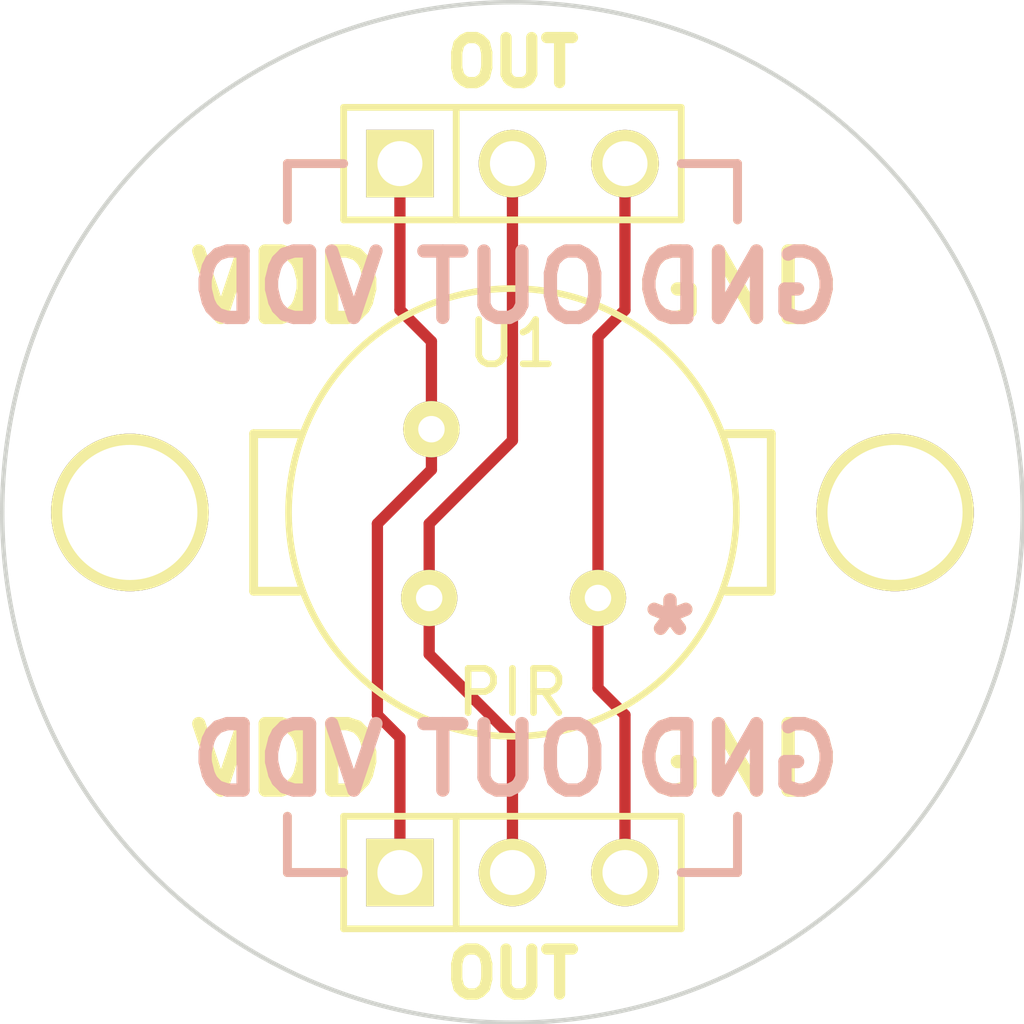
<source format=kicad_pcb>
(kicad_pcb (version 3) (host pcbnew "(2013-june-11)-stable")

  (general
    (links 6)
    (no_connects 0)
    (area 197.474842 136.514842 220.609158 159.649158)
    (thickness 1.6)
    (drawings 39)
    (tracks 20)
    (zones 0)
    (modules 5)
    (nets 4)
  )

  (page A3)
  (layers
    (15 F.Cu signal)
    (0 B.Cu signal)
    (16 B.Adhes user)
    (17 F.Adhes user)
    (18 B.Paste user)
    (19 F.Paste user)
    (20 B.SilkS user)
    (21 F.SilkS user)
    (22 B.Mask user)
    (23 F.Mask user)
    (24 Dwgs.User user)
    (25 Cmts.User user)
    (26 Eco1.User user)
    (27 Eco2.User user)
    (28 Edge.Cuts user)
  )

  (setup
    (last_trace_width 0.254)
    (trace_clearance 0.254)
    (zone_clearance 0.508)
    (zone_45_only no)
    (trace_min 0.254)
    (segment_width 0.2)
    (edge_width 0.1)
    (via_size 0.889)
    (via_drill 0.635)
    (via_min_size 0.889)
    (via_min_drill 0.508)
    (uvia_size 0.508)
    (uvia_drill 0.127)
    (uvias_allowed no)
    (uvia_min_size 0.508)
    (uvia_min_drill 0.127)
    (pcb_text_width 0.3)
    (pcb_text_size 1.5 1.5)
    (mod_edge_width 0.15)
    (mod_text_size 1 1)
    (mod_text_width 0.15)
    (pad_size 1.27 1.27)
    (pad_drill 0.5969)
    (pad_to_mask_clearance 0)
    (aux_axis_origin 0 0)
    (visible_elements FFFFFFBF)
    (pcbplotparams
      (layerselection 284196865)
      (usegerberextensions true)
      (excludeedgelayer true)
      (linewidth 0.150000)
      (plotframeref false)
      (viasonmask false)
      (mode 1)
      (useauxorigin false)
      (hpglpennumber 1)
      (hpglpenspeed 20)
      (hpglpendiameter 15)
      (hpglpenoverlay 2)
      (psnegative false)
      (psa4output false)
      (plotreference true)
      (plotvalue true)
      (plotothertext true)
      (plotinvisibletext false)
      (padsonsilk false)
      (subtractmaskfromsilk false)
      (outputformat 1)
      (mirror false)
      (drillshape 0)
      (scaleselection 1)
      (outputdirectory gerbers/))
  )

  (net 0 "")
  (net 1 N-000001)
  (net 2 N-000002)
  (net 3 N-000003)

  (net_class Default "This is the default net class."
    (clearance 0.254)
    (trace_width 0.254)
    (via_dia 0.889)
    (via_drill 0.635)
    (uvia_dia 0.508)
    (uvia_drill 0.127)
    (add_net "")
    (add_net N-000001)
    (add_net N-000002)
    (add_net N-000003)
  )

  (module PIR (layer F.Cu) (tedit 5328839F) (tstamp 53030519)
    (at 209.042 148.082)
    (path /52FDB02B)
    (fp_text reference U1 (at 0 -3.81) (layer F.SilkS)
      (effects (font (size 1 1) (thickness 0.15)))
    )
    (fp_text value PIR (at 0 4.064) (layer F.SilkS)
      (effects (font (size 1 1) (thickness 0.15)))
    )
    (fp_circle (center 0 0) (end -3.9116 3.2004) (layer F.SilkS) (width 0.15))
    (pad 1 thru_hole circle (at -1.8288 -1.8796 180) (size 1.27 1.27) (drill 0.5969)
      (layers *.Cu *.Mask F.SilkS)
      (net 3 N-000003)
    )
    (pad 2 thru_hole circle (at -1.8796 1.9304 180) (size 1.27 1.27) (drill 0.5969)
      (layers *.Cu *.Mask F.SilkS)
      (net 2 N-000002)
    )
    (pad 3 thru_hole circle (at 1.9304 1.9304 180) (size 1.27 1.27) (drill 0.5969)
      (layers *.Cu *.Mask F.SilkS)
      (net 1 N-000001)
    )
  )

  (module 3mm_mounting (layer F.Cu) (tedit 5317A140) (tstamp 5317F5DD)
    (at 200.406 148.082)
    (descr "module 1 pin (ou trou mecanique de percage)")
    (tags DEV)
    (path 1pin)
    (fp_text reference 1PIN (at 0 -3.048) (layer F.SilkS) hide
      (effects (font (size 1.016 1.016) (thickness 0.254)))
    )
    (fp_text value P*** (at 0 2.794) (layer F.SilkS) hide
      (effects (font (size 1.016 1.016) (thickness 0.254)))
    )
    (pad "" thru_hole circle (at 0 0) (size 3.556 3.556) (drill 3.048)
      (layers *.Cu *.Mask F.SilkS)
    )
  )

  (module PIN_ARRAY_3X1 (layer F.Cu) (tedit 5303136E) (tstamp 5302F8C2)
    (at 209.042 140.208)
    (descr "Connecteur 3 pins")
    (tags "CONN DEV")
    (path /52FDB324)
    (fp_text reference P2 (at 6.096 0.508 90) (layer F.SilkS) hide
      (effects (font (size 1.016 1.016) (thickness 0.1524)))
    )
    (fp_text value HEADER (at 0 -2.159) (layer F.SilkS) hide
      (effects (font (size 1.016 1.016) (thickness 0.1524)))
    )
    (fp_line (start -3.81 1.27) (end -3.81 -1.27) (layer F.SilkS) (width 0.1524))
    (fp_line (start -3.81 -1.27) (end 3.81 -1.27) (layer F.SilkS) (width 0.1524))
    (fp_line (start 3.81 -1.27) (end 3.81 1.27) (layer F.SilkS) (width 0.1524))
    (fp_line (start 3.81 1.27) (end -3.81 1.27) (layer F.SilkS) (width 0.1524))
    (fp_line (start -1.27 -1.27) (end -1.27 1.27) (layer F.SilkS) (width 0.1524))
    (pad 1 thru_hole rect (at -2.54 0) (size 1.524 1.524) (drill 1.016)
      (layers *.Cu *.Mask F.SilkS)
      (net 3 N-000003)
    )
    (pad 2 thru_hole circle (at 0 0) (size 1.524 1.524) (drill 1.016)
      (layers *.Cu *.Mask F.SilkS)
      (net 2 N-000002)
    )
    (pad 3 thru_hole circle (at 2.54 0) (size 1.524 1.524) (drill 1.016)
      (layers *.Cu *.Mask F.SilkS)
      (net 1 N-000001)
    )
    (model pin_array/pins_array_3x1.wrl
      (at (xyz 0 0 0))
      (scale (xyz 1 1 1))
      (rotate (xyz 0 0 0))
    )
  )

  (module PIN_ARRAY_3X1 (layer F.Cu) (tedit 53031369) (tstamp 5302F8CE)
    (at 209.042 156.21)
    (descr "Connecteur 3 pins")
    (tags "CONN DEV")
    (path /5302CE70)
    (fp_text reference P1 (at 6.096 -0.762 90) (layer F.SilkS) hide
      (effects (font (size 1.016 1.016) (thickness 0.1524)))
    )
    (fp_text value HEADER (at 0 -2.159) (layer F.SilkS) hide
      (effects (font (size 1.016 1.016) (thickness 0.1524)))
    )
    (fp_line (start -3.81 1.27) (end -3.81 -1.27) (layer F.SilkS) (width 0.1524))
    (fp_line (start -3.81 -1.27) (end 3.81 -1.27) (layer F.SilkS) (width 0.1524))
    (fp_line (start 3.81 -1.27) (end 3.81 1.27) (layer F.SilkS) (width 0.1524))
    (fp_line (start 3.81 1.27) (end -3.81 1.27) (layer F.SilkS) (width 0.1524))
    (fp_line (start -1.27 -1.27) (end -1.27 1.27) (layer F.SilkS) (width 0.1524))
    (pad 1 thru_hole rect (at -2.54 0) (size 1.524 1.524) (drill 1.016)
      (layers *.Cu *.Mask F.SilkS)
      (net 3 N-000003)
    )
    (pad 2 thru_hole circle (at 0 0) (size 1.524 1.524) (drill 1.016)
      (layers *.Cu *.Mask F.SilkS)
      (net 2 N-000002)
    )
    (pad 3 thru_hole circle (at 2.54 0) (size 1.524 1.524) (drill 1.016)
      (layers *.Cu *.Mask F.SilkS)
      (net 1 N-000001)
    )
    (model pin_array/pins_array_3x1.wrl
      (at (xyz 0 0 0))
      (scale (xyz 1 1 1))
      (rotate (xyz 0 0 0))
    )
  )

  (module 3mm_mounting (layer F.Cu) (tedit 5317A140) (tstamp 5317F5D7)
    (at 217.678 148.082)
    (descr "module 1 pin (ou trou mecanique de percage)")
    (tags DEV)
    (path 1pin)
    (fp_text reference 1PIN (at 0 -3.048) (layer F.SilkS) hide
      (effects (font (size 1.016 1.016) (thickness 0.254)))
    )
    (fp_text value P*** (at 0 2.794) (layer F.SilkS) hide
      (effects (font (size 1.016 1.016) (thickness 0.254)))
    )
    (pad "" thru_hole circle (at 0 0) (size 3.556 3.556) (drill 3.048)
      (layers *.Cu *.Mask F.SilkS)
    )
  )

  (gr_line (start 214.122 156.21) (end 214.122 154.94) (angle 90) (layer F.SilkS) (width 0.2))
  (gr_line (start 212.852 156.21) (end 214.122 156.21) (angle 90) (layer F.SilkS) (width 0.2))
  (gr_line (start 203.962 156.21) (end 203.962 154.94) (angle 90) (layer F.SilkS) (width 0.2))
  (gr_line (start 205.232 156.21) (end 203.962 156.21) (angle 90) (layer F.SilkS) (width 0.2))
  (gr_line (start 214.122 140.208) (end 214.122 141.478) (angle 90) (layer F.SilkS) (width 0.2))
  (gr_line (start 212.852 140.208) (end 214.122 140.208) (angle 90) (layer F.SilkS) (width 0.2))
  (gr_line (start 203.962 140.208) (end 203.962 141.478) (angle 90) (layer F.SilkS) (width 0.2))
  (gr_line (start 205.232 140.208) (end 203.962 140.208) (angle 90) (layer F.SilkS) (width 0.2))
  (gr_text OUT (at 209.042 137.922) (layer F.SilkS)
    (effects (font (size 1.016 1.016) (thickness 0.254)))
  )
  (gr_text OUT (at 209.042 158.496) (layer F.SilkS)
    (effects (font (size 1.016 1.016) (thickness 0.254)))
  )
  (gr_text GND (at 214.122 143.002) (layer F.SilkS)
    (effects (font (size 1.5 1.5) (thickness 0.3)))
  )
  (gr_text VDD (at 203.962 143.002) (layer F.SilkS)
    (effects (font (size 1.5 1.5) (thickness 0.3)))
  )
  (gr_text VDD (at 203.962 153.67) (layer F.SilkS)
    (effects (font (size 1.5 1.5) (thickness 0.3)))
  )
  (gr_text GND (at 214.122 153.67) (layer F.SilkS)
    (effects (font (size 1.5 1.5) (thickness 0.3)))
  )
  (gr_text * (at 212.598 150.876) (layer B.SilkS)
    (effects (font (size 1.5 1.5) (thickness 0.3)) (justify mirror))
  )
  (gr_line (start 214.122 140.208) (end 214.122 141.478) (angle 90) (layer B.SilkS) (width 0.2))
  (gr_line (start 212.852 140.208) (end 214.122 140.208) (angle 90) (layer B.SilkS) (width 0.2))
  (gr_line (start 203.962 140.208) (end 203.962 141.478) (angle 90) (layer B.SilkS) (width 0.2))
  (gr_line (start 205.232 140.208) (end 203.962 140.208) (angle 90) (layer B.SilkS) (width 0.2))
  (gr_line (start 203.962 156.21) (end 203.962 154.94) (angle 90) (layer B.SilkS) (width 0.2))
  (gr_line (start 205.232 156.21) (end 203.962 156.21) (angle 90) (layer B.SilkS) (width 0.2))
  (gr_line (start 214.122 156.21) (end 214.122 154.94) (angle 90) (layer B.SilkS) (width 0.2))
  (gr_line (start 212.852 156.21) (end 214.122 156.21) (angle 90) (layer B.SilkS) (width 0.2))
  (gr_text GND (at 214.122 143.002) (layer B.SilkS) (tstamp 53030C4A)
    (effects (font (size 1.5 1.5) (thickness 0.3)) (justify mirror))
  )
  (gr_text OUT (at 209.042 143.002) (layer B.SilkS) (tstamp 53030C49)
    (effects (font (size 1.5 1.5) (thickness 0.3)) (justify mirror))
  )
  (gr_text VDD (at 203.962 143.002) (layer B.SilkS) (tstamp 53030C48)
    (effects (font (size 1.5 1.5) (thickness 0.3)) (justify mirror))
  )
  (gr_text VDD (at 203.962 153.67) (layer B.SilkS)
    (effects (font (size 1.5 1.5) (thickness 0.3)) (justify mirror))
  )
  (gr_text OUT (at 209.042 153.67) (layer B.SilkS)
    (effects (font (size 1.5 1.5) (thickness 0.3)) (justify mirror))
  )
  (gr_text GND (at 214.122 153.67) (layer B.SilkS)
    (effects (font (size 1.5 1.5) (thickness 0.3)) (justify mirror))
  )
  (gr_text "PIR VDD: 3.3V" (at 209.042 144.5768) (layer B.Mask)
    (effects (font (size 1.016 1.016) (thickness 0.254)) (justify mirror))
  )
  (gr_text adcb49f (at 209.042 148.082) (layer B.Mask)
    (effects (font (size 1.016 1.016) (thickness 0.254)) (justify mirror))
  )
  (gr_line (start 214.884 146.304) (end 213.868 146.304) (angle 90) (layer F.SilkS) (width 0.2))
  (gr_line (start 214.884 149.86) (end 214.884 146.304) (angle 90) (layer F.SilkS) (width 0.2))
  (gr_line (start 213.868 149.86) (end 214.884 149.86) (angle 90) (layer F.SilkS) (width 0.2))
  (gr_line (start 203.2 149.86) (end 204.216 149.86) (angle 90) (layer F.SilkS) (width 0.2))
  (gr_line (start 203.2 146.304) (end 203.2 149.86) (angle 90) (layer F.SilkS) (width 0.2))
  (gr_line (start 204.216 146.304) (end 203.2 146.304) (angle 90) (layer F.SilkS) (width 0.2))
  (gr_circle (center 209.042 148.082) (end 216.662 156.718) (layer Edge.Cuts) (width 0.1))
  (gr_text * (at 212.598 150.876) (layer F.SilkS)
    (effects (font (size 1.5 1.5) (thickness 0.3)))
  )

  (segment (start 210.9724 150.0124) (end 210.9724 144.1196) (width 0.254) (layer F.Cu) (net 1) (status 10))
  (segment (start 211.582 143.51) (end 211.582 140.208) (width 0.254) (layer F.Cu) (net 1) (tstamp 530306C9) (status 20))
  (segment (start 210.9724 144.1196) (end 211.582 143.51) (width 0.254) (layer F.Cu) (net 1) (tstamp 530306BB))
  (segment (start 210.9724 150.0124) (end 210.9724 152.0444) (width 0.254) (layer F.Cu) (net 1) (status 10))
  (segment (start 211.582 152.654) (end 211.582 156.21) (width 0.254) (layer F.Cu) (net 1) (tstamp 53030629) (status 20))
  (segment (start 210.9724 152.0444) (end 211.582 152.654) (width 0.254) (layer F.Cu) (net 1) (tstamp 53030625))
  (segment (start 207.1624 150.0124) (end 207.1624 148.336) (width 0.254) (layer F.Cu) (net 2) (status 400000))
  (segment (start 209.042 146.4564) (end 209.042 140.208) (width 0.254) (layer F.Cu) (net 2) (tstamp 53288A41) (status 800000))
  (segment (start 207.1624 148.336) (end 209.042 146.4564) (width 0.254) (layer F.Cu) (net 2) (tstamp 53288A20))
  (segment (start 207.1624 150.0124) (end 207.1624 151.2824) (width 0.254) (layer F.Cu) (net 2) (status 10))
  (segment (start 209.042 153.162) (end 209.042 156.21) (width 0.254) (layer F.Cu) (net 2) (tstamp 530306FA) (status 20))
  (segment (start 207.1624 151.2824) (end 209.042 153.162) (width 0.254) (layer F.Cu) (net 2) (tstamp 530306E8))
  (segment (start 207.2132 146.2024) (end 207.2132 147.1168) (width 0.254) (layer F.Cu) (net 3) (status 10))
  (segment (start 206.502 153.162) (end 206.502 156.21) (width 0.254) (layer F.Cu) (net 3) (tstamp 53030713) (status 20))
  (segment (start 205.994 152.654) (end 206.502 153.162) (width 0.254) (layer F.Cu) (net 3) (tstamp 5303070F))
  (segment (start 205.994 148.336) (end 205.994 152.654) (width 0.254) (layer F.Cu) (net 3) (tstamp 53030709))
  (segment (start 207.2132 147.1168) (end 205.994 148.336) (width 0.254) (layer F.Cu) (net 3) (tstamp 53030704))
  (segment (start 207.2132 146.2024) (end 207.2132 144.2212) (width 0.254) (layer F.Cu) (net 3) (status 10))
  (segment (start 206.502 143.51) (end 206.502 140.208) (width 0.254) (layer F.Cu) (net 3) (tstamp 5303055B) (status 20))
  (segment (start 207.2132 144.2212) (end 206.502 143.51) (width 0.254) (layer F.Cu) (net 3) (tstamp 53030558))

)

</source>
